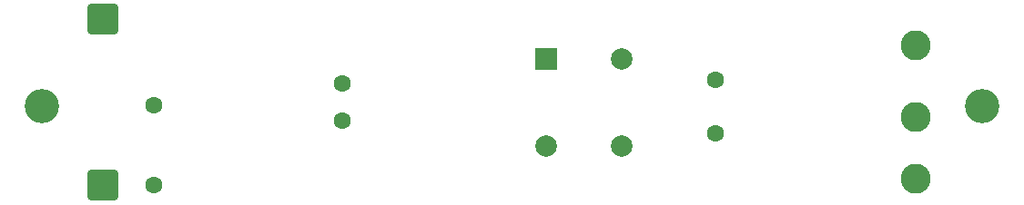
<source format=gbs>
G04 #@! TF.GenerationSoftware,KiCad,Pcbnew,8.0.3*
G04 #@! TF.CreationDate,2025-08-12T15:57:27+07:00*
G04 #@! TF.ProjectId,si-hardware-downled,73692d68-6172-4647-9761-72652d646f77,rev?*
G04 #@! TF.SameCoordinates,Original*
G04 #@! TF.FileFunction,Soldermask,Bot*
G04 #@! TF.FilePolarity,Negative*
%FSLAX46Y46*%
G04 Gerber Fmt 4.6, Leading zero omitted, Abs format (unit mm)*
G04 Created by KiCad (PCBNEW 8.0.3) date 2025-08-12 15:57:27*
%MOMM*%
%LPD*%
G01*
G04 APERTURE LIST*
G04 Aperture macros list*
%AMRoundRect*
0 Rectangle with rounded corners*
0 $1 Rounding radius*
0 $2 $3 $4 $5 $6 $7 $8 $9 X,Y pos of 4 corners*
0 Add a 4 corners polygon primitive as box body*
4,1,4,$2,$3,$4,$5,$6,$7,$8,$9,$2,$3,0*
0 Add four circle primitives for the rounded corners*
1,1,$1+$1,$2,$3*
1,1,$1+$1,$4,$5*
1,1,$1+$1,$6,$7*
1,1,$1+$1,$8,$9*
0 Add four rect primitives between the rounded corners*
20,1,$1+$1,$2,$3,$4,$5,0*
20,1,$1+$1,$4,$5,$6,$7,0*
20,1,$1+$1,$6,$7,$8,$9,0*
20,1,$1+$1,$8,$9,$2,$3,0*%
G04 Aperture macros list end*
%ADD10C,1.600000*%
%ADD11R,2.000000X2.000000*%
%ADD12C,2.000000*%
%ADD13C,3.200000*%
%ADD14RoundRect,0.250001X-1.149999X1.149999X-1.149999X-1.149999X1.149999X-1.149999X1.149999X1.149999X0*%
%ADD15C,2.800000*%
G04 APERTURE END LIST*
D10*
X133086800Y-77966600D03*
X133086800Y-74466600D03*
X167834000Y-79105000D03*
X167834000Y-74105000D03*
D11*
X152037727Y-72146644D03*
D12*
X159068073Y-72146644D03*
X152037727Y-80333356D03*
X159068073Y-80333356D03*
D13*
X192630000Y-76610000D03*
D10*
X115535400Y-76462500D03*
X115535400Y-83962500D03*
D13*
X105130000Y-76610000D03*
D14*
X110811000Y-83947000D03*
D15*
X186436000Y-77597000D03*
X186436000Y-83383000D03*
D14*
X110811000Y-68474500D03*
D15*
X186436000Y-70866000D03*
M02*

</source>
